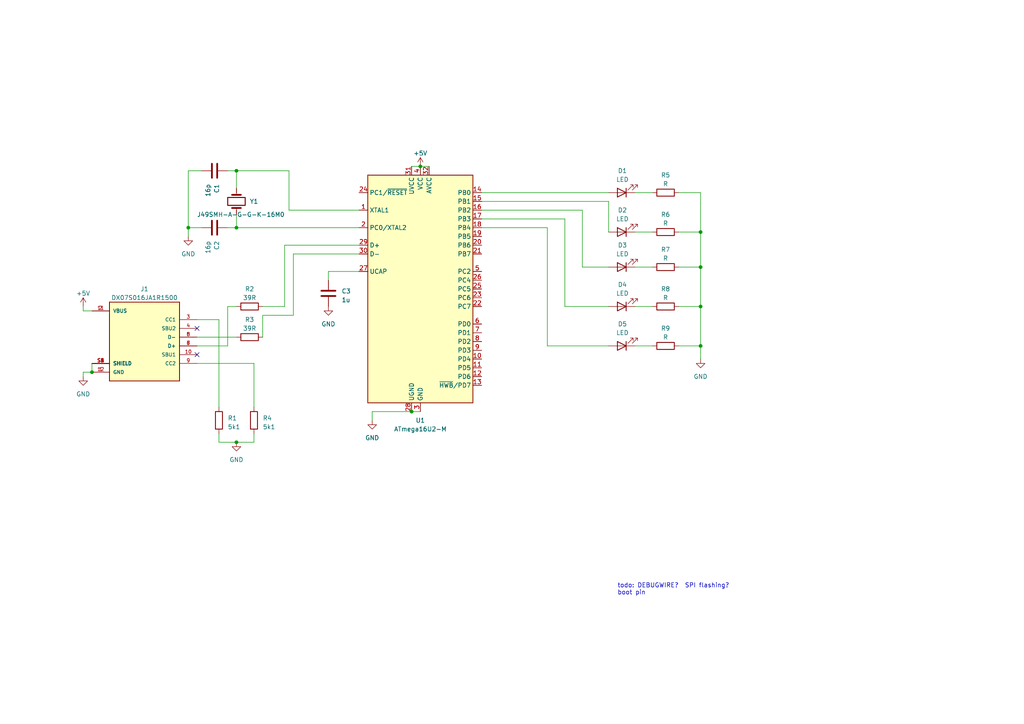
<source format=kicad_sch>
(kicad_sch (version 20210126) (generator eeschema)
  (paper "A4")
  (lib_symbols
    (symbol "Device:C" (pin_numbers hide) (pin_names (offset 0.254))
      (property "Reference" "C" (at 0.635 2.54 0))
      (property "Value" "C" (at 0.635 -2.54 0))
      (symbol "C_0_1"
        (polyline (pts (xy -2.032 -0.762) (xy 2.032 -0.762)) (stroke (width 0.508)))
        (polyline (pts (xy -2.032 0.762) (xy 2.032 0.762)) (stroke (width 0.508)))
      )
      (symbol "C_1_1"
        (pin passive line (at 0 3.81 270) (length 2.794) (name "~") (number "1"))
        (pin passive line (at 0 -3.81 90) (length 2.794) (name "~") (number "2"))
      )
    )
    (symbol "Device:Crystal" (pin_numbers hide) (pin_names (offset 1.016) hide)
      (property "Reference" "Y" (at 0 3.81 0))
      (property "Value" "Crystal" (at 0 -3.81 0))
      (symbol "Crystal_0_1"
        (rectangle (start -1.143 2.54) (end 1.143 -2.54) (stroke (width 0.3048)))
        (polyline (pts (xy -2.54 0) (xy -1.905 0)))
        (polyline (pts (xy -1.905 -1.27) (xy -1.905 1.27)) (stroke (width 0.508)))
        (polyline (pts (xy 1.905 -1.27) (xy 1.905 1.27)) (stroke (width 0.508)))
        (polyline (pts (xy 2.54 0) (xy 1.905 0)))
      )
      (symbol "Crystal_1_1"
        (pin passive line (at -3.81 0 0) (length 1.27) (name "1") (number "1"))
        (pin passive line (at 3.81 0 180) (length 1.27) (name "2") (number "2"))
      )
    )
    (symbol "Device:LED" (pin_numbers hide) (pin_names (offset 1.016) hide)
      (property "Reference" "D" (at 0 2.54 0))
      (property "Value" "LED" (at 0 -2.54 0))
      (symbol "LED_0_1"
        (polyline (pts (xy -1.27 -1.27) (xy -1.27 1.27)) (stroke (width 0.254)))
        (polyline (pts (xy -1.27 0) (xy 1.27 0)))
        (polyline (pts (xy 1.27 -1.27) (xy 1.27 1.27) (xy -1.27 0) (xy 1.27 -1.27)) (stroke (width 0.254)))
        (polyline (pts (xy -3.048 -0.762) (xy -4.572 -2.286) (xy -3.81 -2.286) (xy -4.572 -2.286) (xy -4.572 -1.524)))
        (polyline (pts (xy -1.778 -0.762) (xy -3.302 -2.286) (xy -2.54 -2.286) (xy -3.302 -2.286) (xy -3.302 -1.524)))
      )
      (symbol "LED_1_1"
        (pin passive line (at -3.81 0 0) (length 2.54) (name "K") (number "1"))
        (pin passive line (at 3.81 0 180) (length 2.54) (name "A") (number "2"))
      )
    )
    (symbol "Device:R" (pin_numbers hide) (pin_names (offset 0))
      (property "Reference" "R" (at 2.032 0 90))
      (property "Value" "R" (at 0 0 90))
      (symbol "R_0_1"
        (rectangle (start -1.016 -2.54) (end 1.016 2.54) (stroke (width 0.254)))
      )
      (symbol "R_1_1"
        (pin passive line (at 0 3.81 270) (length 1.27) (name "~") (number "1"))
        (pin passive line (at 0 -3.81 90) (length 1.27) (name "~") (number "2"))
      )
    )
    (symbol "MCU_Microchip_ATmega:ATmega16U2-M"
      (property "Reference" "U" (at -15.24 34.29 0))
      (property "Value" "ATmega16U2-M" (at 2.54 -34.29 0))
      (symbol "ATmega16U2-M_0_1"
        (rectangle (start -15.24 -33.02) (end 15.24 33.02) (stroke (width 0.254)) (fill (type background)))
      )
      (symbol "ATmega16U2-M_1_1"
        (pin input line (at -17.78 22.86 0) (length 2.54) (name "XTAL1") (number "1"))
        (pin bidirectional line (at 17.78 -20.32 180) (length 2.54) (name "PD4") (number "10"))
        (pin bidirectional line (at 17.78 -22.86 180) (length 2.54) (name "PD5") (number "11"))
        (pin bidirectional line (at 17.78 -25.4 180) (length 2.54) (name "PD6") (number "12"))
        (pin bidirectional line (at 17.78 -27.94 180) (length 2.54) (name "~HWB~/PD7") (number "13"))
        (pin bidirectional line (at 17.78 27.94 180) (length 2.54) (name "PB0") (number "14"))
        (pin bidirectional line (at 17.78 25.4 180) (length 2.54) (name "PB1") (number "15"))
        (pin bidirectional line (at 17.78 22.86 180) (length 2.54) (name "PB2") (number "16"))
        (pin bidirectional line (at 17.78 20.32 180) (length 2.54) (name "PB3") (number "17"))
        (pin bidirectional line (at 17.78 17.78 180) (length 2.54) (name "PB4") (number "18"))
        (pin bidirectional line (at 17.78 15.24 180) (length 2.54) (name "PB5") (number "19"))
        (pin bidirectional line (at -17.78 17.78 0) (length 2.54) (name "PC0/XTAL2") (number "2"))
        (pin bidirectional line (at 17.78 12.7 180) (length 2.54) (name "PB6") (number "20"))
        (pin bidirectional line (at 17.78 10.16 180) (length 2.54) (name "PB7") (number "21"))
        (pin bidirectional line (at 17.78 -5.08 180) (length 2.54) (name "PC7") (number "22"))
        (pin bidirectional line (at 17.78 -2.54 180) (length 2.54) (name "PC6") (number "23"))
        (pin bidirectional line (at -17.78 27.94 0) (length 2.54) (name "PC1/~RESET") (number "24"))
        (pin bidirectional line (at 17.78 0 180) (length 2.54) (name "PC5") (number "25"))
        (pin bidirectional line (at 17.78 2.54 180) (length 2.54) (name "PC4") (number "26"))
        (pin passive line (at -17.78 5.08 0) (length 2.54) (name "UCAP") (number "27"))
        (pin power_in line (at -2.54 -35.56 90) (length 2.54) (name "UGND") (number "28"))
        (pin bidirectional line (at -17.78 12.7 0) (length 2.54) (name "D+") (number "29"))
        (pin power_in line (at 0 -35.56 90) (length 2.54) (name "GND") (number "3"))
        (pin bidirectional line (at -17.78 10.16 0) (length 2.54) (name "D-") (number "30"))
        (pin power_in line (at -2.54 35.56 270) (length 2.54) (name "UVCC") (number "31"))
        (pin power_in line (at 2.54 35.56 270) (length 2.54) (name "AVCC") (number "32"))
        (pin passive line (at 0 -35.56 90) (length 2.54) hide (name "GND") (number "33"))
        (pin power_in line (at 0 35.56 270) (length 2.54) (name "VCC") (number "4"))
        (pin bidirectional line (at 17.78 5.08 180) (length 2.54) (name "PC2") (number "5"))
        (pin bidirectional line (at 17.78 -10.16 180) (length 2.54) (name "PD0") (number "6"))
        (pin bidirectional line (at 17.78 -12.7 180) (length 2.54) (name "PD1") (number "7"))
        (pin bidirectional line (at 17.78 -15.24 180) (length 2.54) (name "PD2") (number "8"))
        (pin bidirectional line (at 17.78 -17.78 180) (length 2.54) (name "PD3") (number "9"))
      )
    )
    (symbol "USBConn:DX07S016JA1R1500" (pin_names (offset 1.016))
      (property "Reference" "J" (at -10.16 11.43 0))
      (property "Value" "DX07S016JA1R1500" (at -10.16 -13.97 0))
      (symbol "DX07S016JA1R1500_0_0"
        (rectangle (start -10.16 -12.7) (end 10.16 10.16) (stroke (width 0.254)) (fill (type background)))
        (pin power_in line (at 15.24 -10.16 180) (length 5.08) (name "GND") (number "1"))
        (pin passive line (at -15.24 -5.08 0) (length 5.08) (name "SBU1") (number "10"))
        (pin power_in line (at 15.24 7.62 180) (length 5.08) (name "VBUS") (number "11"))
        (pin power_in line (at 15.24 -10.16 180) (length 5.08) (name "GND") (number "12"))
        (pin power_in line (at 15.24 7.62 180) (length 5.08) (name "VBUS") (number "2"))
        (pin passive line (at -15.24 5.08 0) (length 5.08) (name "CC1") (number "3"))
        (pin passive line (at -15.24 2.54 0) (length 5.08) (name "SBU2") (number "4"))
        (pin passive line (at -15.24 0 0) (length 5.08) (name "D-") (number "5"))
        (pin passive line (at -15.24 -2.54 0) (length 5.08) (name "D+") (number "6"))
        (pin passive line (at -15.24 -2.54 0) (length 5.08) (name "D+") (number "7"))
        (pin passive line (at -15.24 0 0) (length 5.08) (name "D-") (number "8"))
        (pin passive line (at -15.24 -7.62 0) (length 5.08) (name "CC2") (number "9"))
        (pin passive line (at 15.24 -7.62 180) (length 5.08) (name "SHIELD") (number "S1"))
        (pin passive line (at 15.24 -7.62 180) (length 5.08) (name "SHIELD") (number "S2"))
        (pin passive line (at 15.24 -7.62 180) (length 5.08) (name "SHIELD") (number "S3"))
        (pin passive line (at 15.24 -7.62 180) (length 5.08) (name "SHIELD") (number "S4"))
        (pin passive line (at 15.24 -7.62 180) (length 5.08) (name "SHIELD") (number "S5"))
        (pin passive line (at 15.24 -7.62 180) (length 5.08) (name "SHIELD") (number "S6"))
      )
    )
    (symbol "power:+5V" (power) (pin_names (offset 0))
      (property "Value" "+5V" (at 0 3.556 0))
      (symbol "+5V_0_1"
        (polyline (pts (xy -0.762 1.27) (xy 0 2.54)))
        (polyline (pts (xy 0 0) (xy 0 2.54)))
        (polyline (pts (xy 0 2.54) (xy 0.762 1.27)))
      )
      (symbol "+5V_1_1"
        (pin power_in line (at 0 0 90) (length 0) hide (name "+5V") (number "1"))
      )
    )
    (symbol "power:GND" (power) (pin_names (offset 0))
      (property "Value" "GND" (at 0 -3.81 0))
      (symbol "GND_0_1"
        (polyline (pts (xy 0 0) (xy 0 -1.27) (xy 1.27 -1.27) (xy 0 -2.54) (xy -1.27 -1.27) (xy 0 -1.27)))
      )
      (symbol "GND_1_1"
        (pin power_in line (at 0 0 270) (length 0) hide (name "GND") (number "1"))
      )
    )
  )
  (junction (at 26.67 107.95) (diameter 0.9144))
  (junction (at 54.61 66.04) (diameter 0.9144))
  (junction (at 68.58 49.53) (diameter 0.9144))
  (junction (at 68.58 66.04) (diameter 0.9144))
  (junction (at 68.58 128.27) (diameter 0.9144))
  (junction (at 119.38 119.38) (diameter 0.9144))
  (junction (at 121.92 48.26) (diameter 0.9144))
  (junction (at 203.2 67.31) (diameter 0.9144))
  (junction (at 203.2 77.47) (diameter 0.9144))
  (junction (at 203.2 88.9) (diameter 0.9144))
  (junction (at 203.2 100.33) (diameter 0.9144))
  (no_connect (at 57.15 95.25))
  (no_connect (at 57.15 102.87))
  (wire (pts (xy 24.13 88.9) (xy 24.13 90.17)))
  (wire (pts (xy 24.13 90.17) (xy 26.67 90.17)))
  (wire (pts (xy 24.13 107.95) (xy 26.67 107.95)))
  (wire (pts (xy 24.13 109.22) (xy 24.13 107.95)))
  (wire (pts (xy 26.67 105.41) (xy 26.67 107.95)))
  (wire (pts (xy 54.61 49.53) (xy 54.61 66.04)))
  (wire (pts (xy 54.61 66.04) (xy 54.61 68.58)))
  (wire (pts (xy 54.61 66.04) (xy 58.42 66.04)))
  (wire (pts (xy 57.15 92.71) (xy 63.5 92.71)))
  (wire (pts (xy 57.15 105.41) (xy 73.66 105.41)))
  (wire (pts (xy 58.42 49.53) (xy 54.61 49.53)))
  (wire (pts (xy 63.5 92.71) (xy 63.5 118.11)))
  (wire (pts (xy 63.5 128.27) (xy 63.5 125.73)))
  (wire (pts (xy 63.5 128.27) (xy 68.58 128.27)))
  (wire (pts (xy 66.04 49.53) (xy 68.58 49.53)))
  (wire (pts (xy 66.04 88.9) (xy 66.04 100.33)))
  (wire (pts (xy 66.04 100.33) (xy 57.15 100.33)))
  (wire (pts (xy 68.58 49.53) (xy 68.58 54.61)))
  (wire (pts (xy 68.58 49.53) (xy 83.82 49.53)))
  (wire (pts (xy 68.58 62.23) (xy 68.58 66.04)))
  (wire (pts (xy 68.58 66.04) (xy 66.04 66.04)))
  (wire (pts (xy 68.58 66.04) (xy 104.14 66.04)))
  (wire (pts (xy 68.58 88.9) (xy 66.04 88.9)))
  (wire (pts (xy 68.58 97.79) (xy 57.15 97.79)))
  (wire (pts (xy 68.58 128.27) (xy 73.66 128.27)))
  (wire (pts (xy 73.66 105.41) (xy 73.66 118.11)))
  (wire (pts (xy 73.66 125.73) (xy 73.66 128.27)))
  (wire (pts (xy 76.2 91.44) (xy 85.09 91.44)))
  (wire (pts (xy 76.2 97.79) (xy 76.2 91.44)))
  (wire (pts (xy 82.55 71.12) (xy 82.55 88.9)))
  (wire (pts (xy 82.55 88.9) (xy 76.2 88.9)))
  (wire (pts (xy 83.82 60.96) (xy 83.82 49.53)))
  (wire (pts (xy 85.09 73.66) (xy 104.14 73.66)))
  (wire (pts (xy 85.09 91.44) (xy 85.09 73.66)))
  (wire (pts (xy 95.25 78.74) (xy 95.25 81.28)))
  (wire (pts (xy 104.14 60.96) (xy 83.82 60.96)))
  (wire (pts (xy 104.14 71.12) (xy 82.55 71.12)))
  (wire (pts (xy 104.14 78.74) (xy 95.25 78.74)))
  (wire (pts (xy 107.95 119.38) (xy 119.38 119.38)))
  (wire (pts (xy 107.95 121.92) (xy 107.95 119.38)))
  (wire (pts (xy 119.38 48.26) (xy 121.92 48.26)))
  (wire (pts (xy 119.38 119.38) (xy 121.92 119.38)))
  (wire (pts (xy 121.92 48.26) (xy 124.46 48.26)))
  (wire (pts (xy 139.7 55.88) (xy 176.53 55.88)))
  (wire (pts (xy 139.7 58.42) (xy 176.53 58.42)))
  (wire (pts (xy 139.7 60.96) (xy 168.91 60.96)))
  (wire (pts (xy 139.7 63.5) (xy 163.83 63.5)))
  (wire (pts (xy 139.7 66.04) (xy 158.75 66.04)))
  (wire (pts (xy 158.75 66.04) (xy 158.75 100.33)))
  (wire (pts (xy 158.75 100.33) (xy 176.53 100.33)))
  (wire (pts (xy 163.83 63.5) (xy 163.83 88.9)))
  (wire (pts (xy 163.83 88.9) (xy 176.53 88.9)))
  (wire (pts (xy 168.91 60.96) (xy 168.91 77.47)))
  (wire (pts (xy 168.91 77.47) (xy 176.53 77.47)))
  (wire (pts (xy 176.53 58.42) (xy 176.53 67.31)))
  (wire (pts (xy 184.15 55.88) (xy 189.23 55.88)))
  (wire (pts (xy 184.15 67.31) (xy 189.23 67.31)))
  (wire (pts (xy 184.15 77.47) (xy 189.23 77.47)))
  (wire (pts (xy 184.15 88.9) (xy 189.23 88.9)))
  (wire (pts (xy 184.15 100.33) (xy 189.23 100.33)))
  (wire (pts (xy 196.85 55.88) (xy 203.2 55.88)))
  (wire (pts (xy 196.85 67.31) (xy 203.2 67.31)))
  (wire (pts (xy 196.85 77.47) (xy 203.2 77.47)))
  (wire (pts (xy 196.85 88.9) (xy 203.2 88.9)))
  (wire (pts (xy 196.85 100.33) (xy 203.2 100.33)))
  (wire (pts (xy 203.2 55.88) (xy 203.2 67.31)))
  (wire (pts (xy 203.2 67.31) (xy 203.2 77.47)))
  (wire (pts (xy 203.2 77.47) (xy 203.2 88.9)))
  (wire (pts (xy 203.2 88.9) (xy 203.2 100.33)))
  (wire (pts (xy 203.2 100.33) (xy 203.2 104.14)))
  (text "todo: DEBUGWIRE?  SPI flashing?\nboot pin" (at 179.07 172.72 0) (effects (font (size 1.27 1.27)) (justify left bottom)))
  (symbol (lib_id "power:+5V") (at 24.13 88.9 0) (unit 1)
    (property "Reference" "#PWR01" (effects hide))
    (property "Value" "+5V" (at 24.13 85.09 0))
  )
  (symbol (lib_id "power:+5V") (at 121.92 48.26 0) (unit 1)
    (property "Reference" "#PWR07" (effects hide))
    (property "Value" "+5V" (at 121.92 44.45 0))
  )
  (symbol (lib_id "power:GND") (at 24.13 109.22 0) (unit 1)
    (property "Reference" "#PWR02" (effects hide))
    (property "Value" "GND" (at 24.13 114.3 0))
  )
  (symbol (lib_id "power:GND") (at 54.61 68.58 0) (unit 1)
    (property "Reference" "#PWR03" (effects hide))
    (property "Value" "GND" (at 54.61 73.66 0))
  )
  (symbol (lib_id "power:GND") (at 68.58 128.27 0) (unit 1)
    (property "Reference" "#PWR04" (effects hide))
    (property "Value" "GND" (at 68.58 133.35 0))
  )
  (symbol (lib_id "power:GND") (at 95.25 88.9 0) (unit 1)
    (property "Reference" "#PWR05" (effects hide))
    (property "Value" "GND" (at 95.25 93.98 0))
  )
  (symbol (lib_id "power:GND") (at 107.95 121.92 0) (unit 1)
    (property "Reference" "#PWR06" (effects hide))
    (property "Value" "GND" (at 107.95 127 0))
  )
  (symbol (lib_id "power:GND") (at 203.2 104.14 0) (unit 1)
    (property "Reference" "#PWR08" (effects hide))
    (property "Value" "GND" (at 203.2 109.22 0))
  )
  (symbol (lib_id "Device:R") (at 63.5 121.92 0) (unit 1)
    (property "Reference" "R1" (at 66.04 121.2849 0) (effects (justify left)))
    (property "Value" "5k1" (at 66.04 123.8249 0) (effects (justify left)))
    (property "Footprint" "Resistor_SMD:R_0603_1608Metric" (effects hide))
  )
  (symbol (lib_id "Device:R") (at 72.39 88.9 90) (unit 1)
    (property "Reference" "R2" (at 72.39 83.82 90))
    (property "Value" "39R" (at 72.39 86.36 90))
    (property "Footprint" "Resistor_SMD:R_0603_1608Metric" (effects hide))
  )
  (symbol (lib_id "Device:R") (at 72.39 97.79 90) (unit 1)
    (property "Reference" "R3" (at 72.39 92.71 90))
    (property "Value" "39R" (at 72.39 95.25 90))
    (property "Footprint" "Resistor_SMD:R_0603_1608Metric" (effects hide))
  )
  (symbol (lib_id "Device:R") (at 73.66 121.92 0) (unit 1)
    (property "Reference" "R4" (at 76.2 121.2849 0) (effects (justify left)))
    (property "Value" "5k1" (at 76.2 123.8249 0) (effects (justify left)))
    (property "Footprint" "Resistor_SMD:R_0603_1608Metric" (effects hide))
  )
  (symbol (lib_id "Device:R") (at 193.04 55.88 90) (unit 1)
    (property "Reference" "R5" (at 193.04 50.8 90))
    (property "Value" "R" (at 193.04 53.34 90))
    (property "Footprint" "Resistor_SMD:R_1206_3216Metric" (effects hide))
  )
  (symbol (lib_id "Device:R") (at 193.04 67.31 90) (unit 1)
    (property "Reference" "R6" (at 193.04 62.23 90))
    (property "Value" "R" (at 193.04 64.77 90))
    (property "Footprint" "Resistor_SMD:R_0805_2012Metric" (effects hide))
  )
  (symbol (lib_id "Device:R") (at 193.04 77.47 90) (unit 1)
    (property "Reference" "R7" (at 193.04 72.39 90))
    (property "Value" "R" (at 193.04 74.93 90))
    (property "Footprint" "Resistor_SMD:R_0603_1608Metric" (effects hide))
  )
  (symbol (lib_id "Device:R") (at 193.04 88.9 90) (unit 1)
    (property "Reference" "R8" (at 193.04 83.82 90))
    (property "Value" "R" (at 193.04 86.36 90))
    (property "Footprint" "Resistor_SMD:R_0402_1005Metric" (effects hide))
  )
  (symbol (lib_id "Device:R") (at 193.04 100.33 90) (unit 1)
    (property "Reference" "R9" (at 193.04 95.25 90))
    (property "Value" "R" (at 193.04 97.79 90))
    (property "Footprint" "Resistor_SMD:R_0201_0603Metric" (effects hide))
  )
  (symbol (lib_id "Device:LED") (at 180.34 55.88 180) (unit 1)
    (property "Reference" "D1" (at 180.5305 49.53 0))
    (property "Value" "LED" (at 180.5305 52.07 0))
    (property "Footprint" "LED_SMD:LED_1206_3216Metric" (effects hide))
  )
  (symbol (lib_id "Device:LED") (at 180.34 67.31 180) (unit 1)
    (property "Reference" "D2" (at 180.5305 60.96 0))
    (property "Value" "LED" (at 180.5305 63.5 0))
    (property "Footprint" "LED_SMD:LED_0805_2012Metric" (effects hide))
  )
  (symbol (lib_id "Device:LED") (at 180.34 77.47 180) (unit 1)
    (property "Reference" "D3" (at 180.5305 71.12 0))
    (property "Value" "LED" (at 180.5305 73.66 0))
    (property "Footprint" "LED_SMD:LED_0603_1608Metric" (effects hide))
  )
  (symbol (lib_id "Device:LED") (at 180.34 88.9 180) (unit 1)
    (property "Reference" "D4" (at 180.5305 82.55 0))
    (property "Value" "LED" (at 180.5305 85.09 0))
    (property "Footprint" "LED_SMD:LED_0402_1005Metric" (effects hide))
  )
  (symbol (lib_id "Device:LED") (at 180.34 100.33 180) (unit 1)
    (property "Reference" "D5" (at 180.5305 93.98 0))
    (property "Value" "LED" (at 180.5305 96.52 0))
    (property "Footprint" "LED_SMD:LED_0201_0603Metric" (effects hide))
  )
  (symbol (lib_id "Device:C") (at 62.23 49.53 270) (unit 1)
    (property "Reference" "C1" (at 62.8651 53.34 0) (effects (justify left)))
    (property "Value" "16p" (at 60.3251 53.34 0) (effects (justify left)))
    (property "Footprint" "Capacitor_SMD:C_0603_1608Metric" (effects hide))
  )
  (symbol (lib_id "Device:C") (at 62.23 66.04 270) (unit 1)
    (property "Reference" "C2" (at 62.8651 69.85 0) (effects (justify left)))
    (property "Value" "16p" (at 60.3251 69.85 0) (effects (justify left)))
    (property "Footprint" "Capacitor_SMD:C_0603_1608Metric" (effects hide))
  )
  (symbol (lib_id "Device:C") (at 95.25 85.09 0) (unit 1)
    (property "Reference" "C3" (at 99.06 84.4549 0) (effects (justify left)))
    (property "Value" "1u" (at 99.06 86.9949 0) (effects (justify left)))
    (property "Footprint" "Capacitor_SMD:C_0805_2012Metric" (effects hide))
  )
  (symbol (lib_id "Device:Crystal") (at 68.58 58.42 90) (unit 1)
    (property "Reference" "Y1" (at 73.66 58.42 90))
    (property "Value" "J49SMH-A-G-G-K-16M0" (at 69.85 62.23 90))
    (property "Footprint" "Crystal:Crystal_SMD_SeikoEpson_MC405-2Pin_9.6x4.1mm" (effects hide))
  )
  (symbol (lib_id "USBConn:DX07S016JA1R1500") (at 41.91 97.79 0) (mirror y) (unit 1)
    (property "Reference" "J1" (at 41.91 83.82 0))
    (property "Value" "DX07S016JA1R1500" (at 41.91 86.36 0))
    (property "Footprint" "JAE_DX07S016JA1R1500" (effects hide))
    (property "MAXIMUM_PACKAGE_HEIGHT" "3.31 mm" (effects hide))
    (property "STANDARD" "Manufacturer Recommendations" (effects hide))
    (property "MANUFACTURER" "JAE Industry Ltd." (effects hide))
    (property "PARTREV" "1" (effects hide))
  )
  (symbol (lib_id "MCU_Microchip_ATmega:ATmega16U2-M") (at 121.92 83.82 0) (unit 1)
    (property "Reference" "U1" (at 121.92 121.92 0))
    (property "Value" "ATmega16U2-M" (at 121.92 124.46 0))
    (property "Footprint" "Package_DFN_QFN:QFN-32-1EP_5x5mm_P0.5mm_EP3.1x3.1mm" (effects hide))
    (property "Datasheet" "http://ww1.microchip.com/downloads/en/DeviceDoc/doc7799.pdf" (effects hide))
  )
)
</source>
